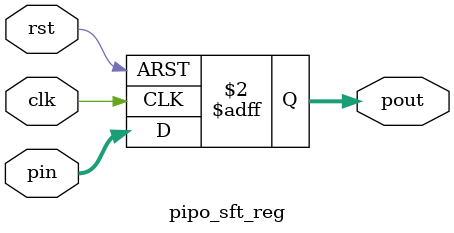
<source format=v>
`timescale 1ns / 1ps
module pipo_sft_reg (
    input clk,
    input rst,
    input [3:0] pin,
    output reg [3:0] pout
);

always @(posedge clk or posedge rst) begin
    if (rst)
        pout <= 4'b0000;
    else
        pout <= pin;
end

endmodule

</source>
